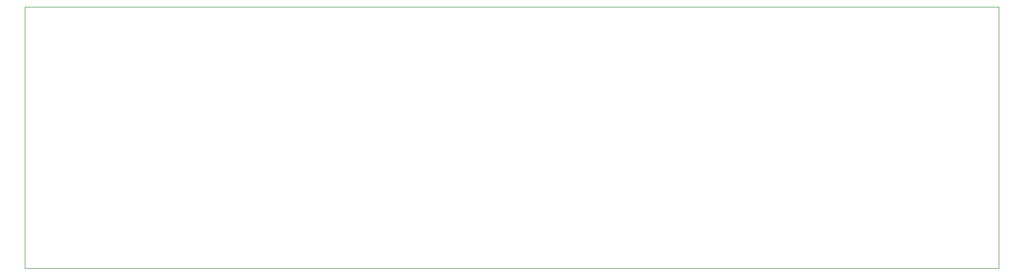
<source format=gbr>
%TF.GenerationSoftware,KiCad,Pcbnew,5.1.9-73d0e3b20d~88~ubuntu20.04.1*%
%TF.CreationDate,2021-03-03T11:26:58+04:00*%
%TF.ProjectId,interface_board,696e7465-7266-4616-9365-5f626f617264,rev?*%
%TF.SameCoordinates,Original*%
%TF.FileFunction,Profile,NP*%
%FSLAX46Y46*%
G04 Gerber Fmt 4.6, Leading zero omitted, Abs format (unit mm)*
G04 Created by KiCad (PCBNEW 5.1.9-73d0e3b20d~88~ubuntu20.04.1) date 2021-03-03 11:26:58*
%MOMM*%
%LPD*%
G01*
G04 APERTURE LIST*
%TA.AperFunction,Profile*%
%ADD10C,0.050000*%
%TD*%
%TA.AperFunction,Profile*%
%ADD11C,0.100000*%
%TD*%
G04 APERTURE END LIST*
D10*
X222900000Y-88100000D02*
X66700000Y-88100000D01*
D11*
X222900000Y-46100000D02*
X222900000Y-88100000D01*
X66700000Y-88100000D02*
X66700000Y-46100000D01*
X66700000Y-46100000D02*
X222900000Y-46100000D01*
M02*

</source>
